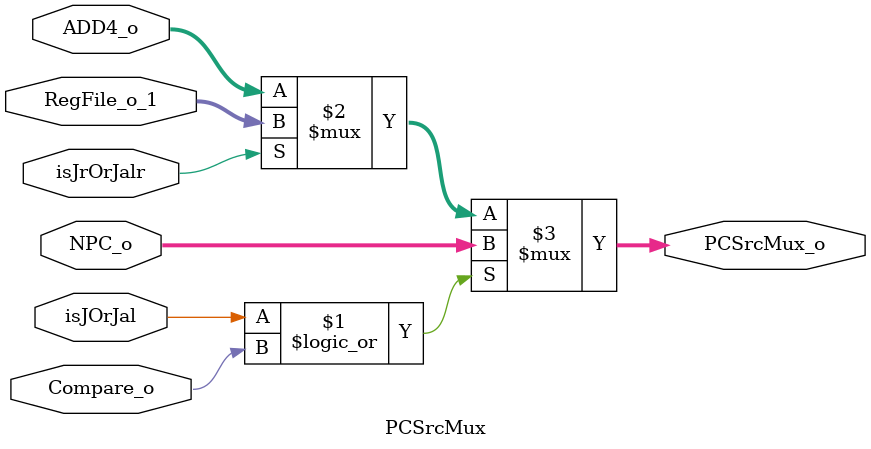
<source format=v>
module PCSrcMux(ADD4_o,RegFile_o_1,NPC_o,isJOrJal,Compare_o,isJrOrJalr,PCSrcMux_o);
  input[31:0] ADD4_o;
  input[31:0] RegFile_o_1;
  input[31:0] NPC_o;

  input isJOrJal;
  input Compare_o;
  input isJrOrJalr;
      
  output[31:0] PCSrcMux_o;
  
  assign PCSrcMux_o=(isJOrJal||Compare_o)?NPC_o:(isJrOrJalr?RegFile_o_1:ADD4_o);
  
  
  

endmodule

//has been reformed.
//Its output is the input of PC.

//isJumpOrBranch= isJOrJal | Compare_o | isJrOrJalr    
  
  
  
    
  





</source>
